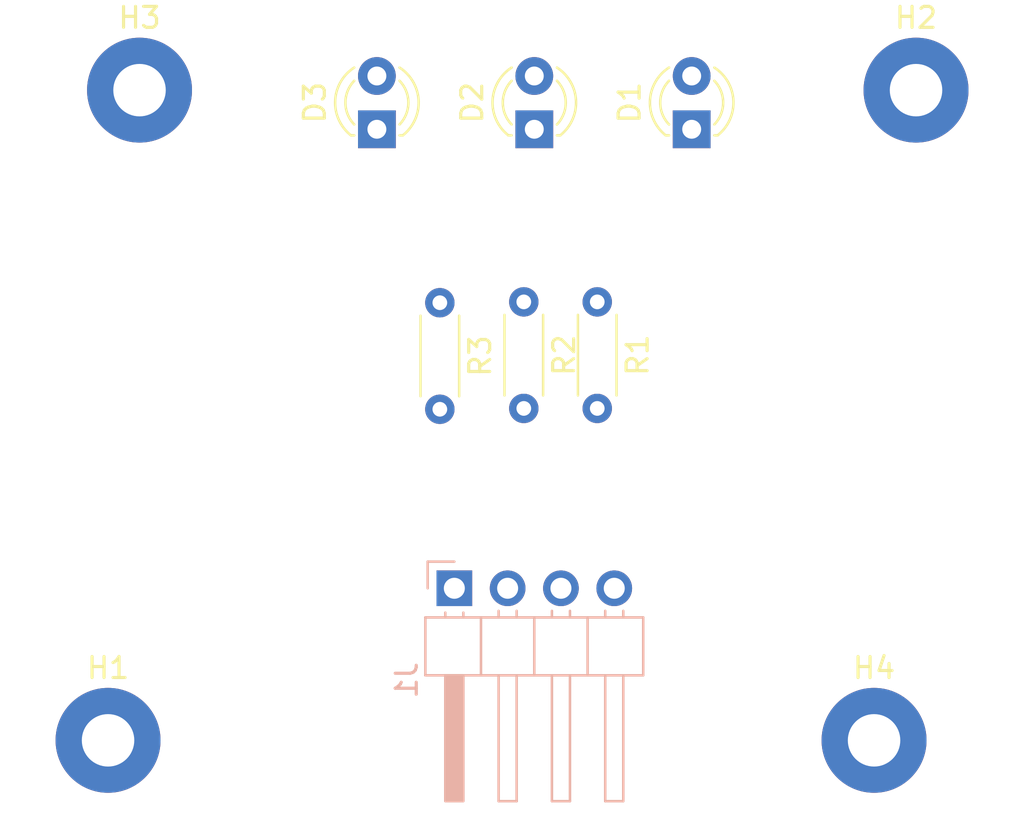
<source format=kicad_pcb>
(kicad_pcb (version 20241229) (generator "pcbnew") (generator_version "9.0")
  (layers (0 "F.Cu" signal) (2 "B.Cu" signal) (13 "F.Paste" user) (15 "B.Paste" user) (5 "F.SilkS" user "F.Silkscreen") (7 "B.SilkS" user "B.Silkscreen") (1 "F.Mask" user) (3 "B.Mask" user) (25 "Edge.Cuts" user))
  (net 0 "")
  (net 1 "Net-(D1-K)")
  (net 2 "Net-(D1-A)")
  (net 3 "Net-(D2-A)")
  (net 4 "Net-(D3-A)")
  (net 5 "Net-(J1-Pin_4)")
  (net 6 "Net-(J1-Pin_2)")
  (net 7 "Net-(J1-Pin_3)")
  (footprint "MountingHole:MountingHole_2.5mm_Pad" (layer "F.Cu") (at 115 82.5)
    (property "Reference" "H3" (at 0 -3.45 0) (layer "F.SilkS"))
    (property "Value" "MountingHole")
    (pad "1" thru_hole circle (at 0 0) (size 5 5) (drill 2.5) (layers "*.Cu" "*.Mask"))
  )
  (footprint "Resistor_THT:R_Axial_DIN0204_L3.6mm_D1.6mm_P5.08mm_Horizontal" (layer "F.Cu") (at 129.31 92.635 -90)
    (property "Reference" "R3" (at 2.54 -1.92 90) (layer "F.SilkS"))
    (property "Value" "R")
    (fp_line (start 0.62 0.92) (end 4.46 0.92) (stroke (width 0.12)) (layer "F.SilkS"))
    (fp_line (start 0.62 -0.92) (end 4.46 -0.92) (stroke (width 0.12)) (layer "F.SilkS"))
    (pad "1" thru_hole circle (at 0 0 270) (size 1.4 1.4) (drill 0.7) (layers "*.Cu" "*.Mask") (net 5 "Net-(J1-Pin_4)"))
    (pad "2" thru_hole circle (at 5.08 0 270) (size 1.4 1.4) (drill 0.7) (layers "*.Cu" "*.Mask") (net 4 "Net-(D3-A)"))
  )
  (footprint "Resistor_THT:R_Axial_DIN0204_L3.6mm_D1.6mm_P5.08mm_Horizontal" (layer "F.Cu") (at 133.31 92.595 -90)
    (property "Reference" "R2" (at 2.54 -1.92 90) (layer "F.SilkS"))
    (property "Value" "R")
    (fp_line (start 0.62 0.92) (end 4.46 0.92) (stroke (width 0.12)) (layer "F.SilkS"))
    (fp_line (start 0.62 -0.92) (end 4.46 -0.92) (stroke (width 0.12)) (layer "F.SilkS"))
    (pad "1" thru_hole circle (at 0 0 270) (size 1.4 1.4) (drill 0.7) (layers "*.Cu" "*.Mask") (net 7 "Net-(J1-Pin_3)"))
    (pad "2" thru_hole circle (at 5.08 0 270) (size 1.4 1.4) (drill 0.7) (layers "*.Cu" "*.Mask") (net 3 "Net-(D2-A)"))
  )
  (footprint "Resistor_THT:R_Axial_DIN0204_L3.6mm_D1.6mm_P5.08mm_Horizontal" (layer "F.Cu") (at 136.81 92.595 -90)
    (property "Reference" "R1" (at 2.54 -1.92 90) (layer "F.SilkS"))
    (property "Value" "R")
    (fp_line (start 0.62 0.92) (end 4.46 0.92) (stroke (width 0.12)) (layer "F.SilkS"))
    (fp_line (start 0.62 -0.92) (end 4.46 -0.92) (stroke (width 0.12)) (layer "F.SilkS"))
    (pad "1" thru_hole circle (at 0 0 270) (size 1.4 1.4) (drill 0.7) (layers "*.Cu" "*.Mask") (net 6 "Net-(J1-Pin_2)"))
    (pad "2" thru_hole circle (at 5.08 0 270) (size 1.4 1.4) (drill 0.7) (layers "*.Cu" "*.Mask") (net 2 "Net-(D1-A)"))
  )
  (footprint "MountingHole:MountingHole_2.5mm_Pad" (layer "F.Cu") (at 152 82.5)
    (property "Reference" "H2" (at 0 -3.45 0) (layer "F.SilkS"))
    (property "Value" "MountingHole")
    (pad "1" thru_hole circle (at 0 0) (size 5 5) (drill 2.5) (layers "*.Cu" "*.Mask"))
  )
  (footprint "MountingHole:MountingHole_2.5mm_Pad" (layer "F.Cu") (at 113.5 113.5)
    (property "Reference" "H1" (at 0 -3.45 0) (layer "F.SilkS"))
    (property "Value" "MountingHole")
    (pad "1" thru_hole circle (at 0 0) (size 5 5) (drill 2.5) (layers "*.Cu" "*.Mask"))
  )
  (footprint "MountingHole:MountingHole_2.5mm_Pad" (layer "F.Cu") (at 150 113.5)
    (property "Reference" "H4" (at 0 -3.45 0) (layer "F.SilkS"))
    (property "Value" "MountingHole")
    (pad "1" thru_hole circle (at 0 0) (size 5 5) (drill 2.5) (layers "*.Cu" "*.Mask"))
  )
  (footprint "LED_THT:LED_D3.0mm" (layer "F.Cu") (at 141.31 84.365 90)
    (property "Reference" "D1" (at 1.27 -2.96 90) (layer "F.SilkS"))
    (property "Value" "LED")
    (fp_line (start -0.29 -1.236) (end -0.29 -1.08) (stroke (width 0.12)) (layer "F.SilkS"))
    (fp_line (start -0.29 1.08) (end -0.29 1.236) (stroke (width 0.12)) (layer "F.SilkS"))
    (fp_arc (start -0.29 -1.235516) (mid 1.36566 -1.987699) (end 2.941437 -1.08) (stroke (width 0.12)) (layer "F.SilkS"))
    (fp_arc (start 0.229039 -1.08) (mid 1.27 -1.5) (end 2.310961 -1.08) (stroke (width 0.12)) (layer "F.SilkS"))
    (fp_arc (start 2.941437 1.08) (mid 1.36566 1.987699) (end -0.29 1.235516) (stroke (width 0.12)) (layer "F.SilkS"))
    (fp_arc (start 2.310961 1.08) (mid 1.27 1.5) (end 0.229039 1.08) (stroke (width 0.12)) (layer "F.SilkS"))
    (pad "1" thru_hole rect (at 0 0 90) (size 1.8 1.8) (drill 0.9) (layers "*.Cu" "*.Mask") (net 1 "Net-(D1-K)"))
    (pad "2" thru_hole circle (at 2.54 0 90) (size 1.8 1.8) (drill 0.9) (layers "*.Cu" "*.Mask") (net 2 "Net-(D1-A)"))
  )
  (footprint "LED_THT:LED_D3.0mm" (layer "F.Cu") (at 126.31 84.365 90)
    (property "Reference" "D3" (at 1.27 -2.96 90) (layer "F.SilkS"))
    (property "Value" "LED")
    (fp_line (start -0.29 -1.236) (end -0.29 -1.08) (stroke (width 0.12)) (layer "F.SilkS"))
    (fp_line (start -0.29 1.08) (end -0.29 1.236) (stroke (width 0.12)) (layer "F.SilkS"))
    (fp_arc (start -0.29 -1.235516) (mid 1.36566 -1.987699) (end 2.941437 -1.08) (stroke (width 0.12)) (layer "F.SilkS"))
    (fp_arc (start 0.229039 -1.08) (mid 1.27 -1.5) (end 2.310961 -1.08) (stroke (width 0.12)) (layer "F.SilkS"))
    (fp_arc (start 2.941437 1.08) (mid 1.36566 1.987699) (end -0.29 1.235516) (stroke (width 0.12)) (layer "F.SilkS"))
    (fp_arc (start 2.310961 1.08) (mid 1.27 1.5) (end 0.229039 1.08) (stroke (width 0.12)) (layer "F.SilkS"))
    (pad "1" thru_hole rect (at 0 0 90) (size 1.8 1.8) (drill 0.9) (layers "*.Cu" "*.Mask") (net 1 "Net-(D1-K)"))
    (pad "2" thru_hole circle (at 2.54 0 90) (size 1.8 1.8) (drill 0.9) (layers "*.Cu" "*.Mask") (net 4 "Net-(D3-A)"))
  )
  (footprint "LED_THT:LED_D3.0mm" (layer "F.Cu") (at 133.81 84.365 90)
    (property "Reference" "D2" (at 1.27 -2.96 90) (layer "F.SilkS"))
    (property "Value" "LED")
    (fp_line (start -0.29 -1.236) (end -0.29 -1.08) (stroke (width 0.12)) (layer "F.SilkS"))
    (fp_line (start -0.29 1.08) (end -0.29 1.236) (stroke (width 0.12)) (layer "F.SilkS"))
    (fp_arc (start -0.29 -1.235516) (mid 1.36566 -1.987699) (end 2.941437 -1.08) (stroke (width 0.12)) (layer "F.SilkS"))
    (fp_arc (start 0.229039 -1.08) (mid 1.27 -1.5) (end 2.310961 -1.08) (stroke (width 0.12)) (layer "F.SilkS"))
    (fp_arc (start 2.941437 1.08) (mid 1.36566 1.987699) (end -0.29 1.235516) (stroke (width 0.12)) (layer "F.SilkS"))
    (fp_arc (start 2.310961 1.08) (mid 1.27 1.5) (end 0.229039 1.08) (stroke (width 0.12)) (layer "F.SilkS"))
    (pad "1" thru_hole rect (at 0 0 90) (size 1.8 1.8) (drill 0.9) (layers "*.Cu" "*.Mask") (net 1 "Net-(D1-K)"))
    (pad "2" thru_hole circle (at 2.54 0 90) (size 1.8 1.8) (drill 0.9) (layers "*.Cu" "*.Mask") (net 3 "Net-(D2-A)"))
  )
  (footprint "Connector_PinHeader_2.54mm:PinHeader_1x04_P2.54mm_Horizontal" (layer "B.Cu") (at 130 106.25 -90)
    (property "Reference" "J1" (at 4.385 2.27 90) (layer "B.SilkS") (effects (justify mirror)))
    (property "Value" "Conn_01x04")
    (fp_line (start 1.39 1.38) (end 1.39 -9) (stroke (width 0.12)) (layer "B.SilkS"))
    (fp_line (start 4.15 1.38) (end 1.39 1.38) (stroke (width 0.12)) (layer "B.SilkS"))
    (fp_line (start -1.27 1.27) (end 0 1.27) (stroke (width 0.12)) (layer "B.SilkS"))
    (fp_line (start 1.16 0.43) (end 1.39 0.43) (stroke (width 0.12)) (layer "B.SilkS"))
    (fp_line (start -1.27 0) (end -1.27 1.27) (stroke (width 0.12)) (layer "B.SilkS"))
    (fp_line (start 1.16 -0.43) (end 1.39 -0.43) (stroke (width 0.12)) (layer "B.SilkS"))
    (fp_line (start 1.39 -1.27) (end 4.15 -1.27) (stroke (width 0.12)) (layer "B.SilkS"))
    (fp_line (start 1.077358 -2.11) (end 1.39 -2.11) (stroke (width 0.12)) (layer "B.SilkS"))
    (fp_line (start 4.15 -2.11) (end 10.15 -2.11) (stroke (width 0.12)) (layer "B.SilkS"))
    (fp_line (start 10.15 -2.11) (end 10.15 -2.97) (stroke (width 0.12)) (layer "B.SilkS"))
    (fp_line (start 1.077358 -2.97) (end 1.39 -2.97) (stroke (width 0.12)) (layer "B.SilkS"))
    (fp_line (start 10.15 -2.97) (end 4.15 -2.97) (stroke (width 0.12)) (layer "B.SilkS"))
    (fp_line (start 1.39 -3.81) (end 4.15 -3.81) (stroke (width 0.12)) (layer "B.SilkS"))
    (fp_line (start 1.077358 -4.65) (end 1.39 -4.65) (stroke (width 0.12)) (layer "B.SilkS"))
    (fp_line (start 4.15 -4.65) (end 10.15 -4.65) (stroke (width 0.12)) (layer "B.SilkS"))
    (fp_line (start 10.15 -4.65) (end 10.15 -5.51) (stroke (width 0.12)) (layer "B.SilkS"))
    (fp_line (start 1.077358 -5.51) (end 1.39 -5.51) (stroke (width 0.12)) (layer "B.SilkS"))
    (fp_line (start 10.15 -5.51) (end 4.15 -5.51) (stroke (width 0.12)) (layer "B.SilkS"))
    (fp_line (start 1.39 -6.35) (end 4.15 -6.35) (stroke (width 0.12)) (layer "B.SilkS"))
    (fp_line (start 1.077358 -7.19) (end 1.39 -7.19) (stroke (width 0.12)) (layer "B.SilkS"))
    (fp_line (start 4.15 -7.19) (end 10.15 -7.19) (stroke (width 0.12)) (layer "B.SilkS"))
    (fp_line (start 10.15 -7.19) (end 10.15 -8.05) (stroke (width 0.12)) (layer "B.SilkS"))
    (fp_line (start 1.077358 -8.05) (end 1.39 -8.05) (stroke (width 0.12)) (layer "B.SilkS"))
    (fp_line (start 10.15 -8.05) (end 4.15 -8.05) (stroke (width 0.12)) (layer "B.SilkS"))
    (fp_line (start 1.39 -9) (end 4.15 -9) (stroke (width 0.12)) (layer "B.SilkS"))
    (fp_line (start 4.15 -9) (end 4.15 1.38) (stroke (width 0.12)) (layer "B.SilkS"))
    (fp_rect (start 4.15 0.43) (end 10.15 -0.43) (stroke (width 0.12)) (fill yes) (layer "B.SilkS"))
    (pad "1" thru_hole rect (at 0 0 270) (size 1.7 1.7) (drill 1) (layers "*.Cu" "*.Mask") (net 1 "Net-(D1-K)"))
    (pad "2" thru_hole circle (at 0 -2.54 270) (size 1.7 1.7) (drill 1) (layers "*.Cu" "*.Mask") (net 6 "Net-(J1-Pin_2)"))
    (pad "3" thru_hole circle (at 0 -5.08 270) (size 1.7 1.7) (drill 1) (layers "*.Cu" "*.Mask") (net 7 "Net-(J1-Pin_3)"))
    (pad "4" thru_hole circle (at 0 -7.62 270) (size 1.7 1.7) (drill 1) (layers "*.Cu" "*.Mask") (net 5 "Net-(J1-Pin_4)"))
  )
)
</source>
